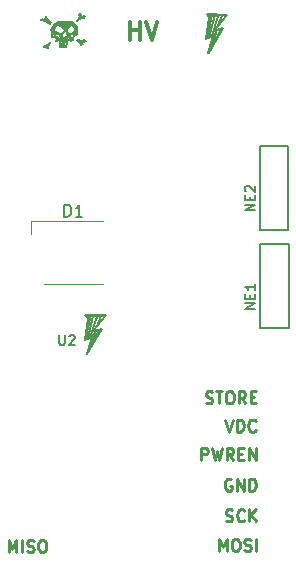
<source format=gto>
%TF.GenerationSoftware,KiCad,Pcbnew,4.0.7*%
%TF.CreationDate,2017-11-22T17:51:59+08:00*%
%TF.ProjectId,NixieTube_QS27,4E69786965547562655F515332372E6B,rev?*%
%TF.FileFunction,Legend,Top*%
%FSLAX46Y46*%
G04 Gerber Fmt 4.6, Leading zero omitted, Abs format (unit mm)*
G04 Created by KiCad (PCBNEW 4.0.7) date 11/22/17 17:51:59*
%MOMM*%
%LPD*%
G01*
G04 APERTURE LIST*
%ADD10C,0.100000*%
%ADD11C,0.300000*%
%ADD12C,0.250000*%
%ADD13C,0.120000*%
%ADD14C,0.153000*%
%ADD15C,0.150000*%
G04 APERTURE END LIST*
D10*
D11*
X22928572Y-2878571D02*
X22928572Y-1378571D01*
X22928572Y-2092857D02*
X23785715Y-2092857D01*
X23785715Y-2878571D02*
X23785715Y-1378571D01*
X24285715Y-1378571D02*
X24785715Y-2878571D01*
X25285715Y-1378571D01*
D12*
X12678572Y-46252381D02*
X12678572Y-45252381D01*
X13011906Y-45966667D01*
X13345239Y-45252381D01*
X13345239Y-46252381D01*
X13821429Y-46252381D02*
X13821429Y-45252381D01*
X14250000Y-46204762D02*
X14392857Y-46252381D01*
X14630953Y-46252381D01*
X14726191Y-46204762D01*
X14773810Y-46157143D01*
X14821429Y-46061905D01*
X14821429Y-45966667D01*
X14773810Y-45871429D01*
X14726191Y-45823810D01*
X14630953Y-45776190D01*
X14440476Y-45728571D01*
X14345238Y-45680952D01*
X14297619Y-45633333D01*
X14250000Y-45538095D01*
X14250000Y-45442857D01*
X14297619Y-45347619D01*
X14345238Y-45300000D01*
X14440476Y-45252381D01*
X14678572Y-45252381D01*
X14821429Y-45300000D01*
X15440476Y-45252381D02*
X15630953Y-45252381D01*
X15726191Y-45300000D01*
X15821429Y-45395238D01*
X15869048Y-45585714D01*
X15869048Y-45919048D01*
X15821429Y-46109524D01*
X15726191Y-46204762D01*
X15630953Y-46252381D01*
X15440476Y-46252381D01*
X15345238Y-46204762D01*
X15250000Y-46109524D01*
X15202381Y-45919048D01*
X15202381Y-45585714D01*
X15250000Y-45395238D01*
X15345238Y-45300000D01*
X15440476Y-45252381D01*
X30478572Y-46152381D02*
X30478572Y-45152381D01*
X30811906Y-45866667D01*
X31145239Y-45152381D01*
X31145239Y-46152381D01*
X31811905Y-45152381D02*
X32002382Y-45152381D01*
X32097620Y-45200000D01*
X32192858Y-45295238D01*
X32240477Y-45485714D01*
X32240477Y-45819048D01*
X32192858Y-46009524D01*
X32097620Y-46104762D01*
X32002382Y-46152381D01*
X31811905Y-46152381D01*
X31716667Y-46104762D01*
X31621429Y-46009524D01*
X31573810Y-45819048D01*
X31573810Y-45485714D01*
X31621429Y-45295238D01*
X31716667Y-45200000D01*
X31811905Y-45152381D01*
X32621429Y-46104762D02*
X32764286Y-46152381D01*
X33002382Y-46152381D01*
X33097620Y-46104762D01*
X33145239Y-46057143D01*
X33192858Y-45961905D01*
X33192858Y-45866667D01*
X33145239Y-45771429D01*
X33097620Y-45723810D01*
X33002382Y-45676190D01*
X32811905Y-45628571D01*
X32716667Y-45580952D01*
X32669048Y-45533333D01*
X32621429Y-45438095D01*
X32621429Y-45342857D01*
X32669048Y-45247619D01*
X32716667Y-45200000D01*
X32811905Y-45152381D01*
X33050001Y-45152381D01*
X33192858Y-45200000D01*
X33621429Y-46152381D02*
X33621429Y-45152381D01*
X31064286Y-43604762D02*
X31207143Y-43652381D01*
X31445239Y-43652381D01*
X31540477Y-43604762D01*
X31588096Y-43557143D01*
X31635715Y-43461905D01*
X31635715Y-43366667D01*
X31588096Y-43271429D01*
X31540477Y-43223810D01*
X31445239Y-43176190D01*
X31254762Y-43128571D01*
X31159524Y-43080952D01*
X31111905Y-43033333D01*
X31064286Y-42938095D01*
X31064286Y-42842857D01*
X31111905Y-42747619D01*
X31159524Y-42700000D01*
X31254762Y-42652381D01*
X31492858Y-42652381D01*
X31635715Y-42700000D01*
X32635715Y-43557143D02*
X32588096Y-43604762D01*
X32445239Y-43652381D01*
X32350001Y-43652381D01*
X32207143Y-43604762D01*
X32111905Y-43509524D01*
X32064286Y-43414286D01*
X32016667Y-43223810D01*
X32016667Y-43080952D01*
X32064286Y-42890476D01*
X32111905Y-42795238D01*
X32207143Y-42700000D01*
X32350001Y-42652381D01*
X32445239Y-42652381D01*
X32588096Y-42700000D01*
X32635715Y-42747619D01*
X33064286Y-43652381D02*
X33064286Y-42652381D01*
X33635715Y-43652381D02*
X33207143Y-43080952D01*
X33635715Y-42652381D02*
X33064286Y-43223810D01*
X31538096Y-40100000D02*
X31442858Y-40052381D01*
X31300001Y-40052381D01*
X31157143Y-40100000D01*
X31061905Y-40195238D01*
X31014286Y-40290476D01*
X30966667Y-40480952D01*
X30966667Y-40623810D01*
X31014286Y-40814286D01*
X31061905Y-40909524D01*
X31157143Y-41004762D01*
X31300001Y-41052381D01*
X31395239Y-41052381D01*
X31538096Y-41004762D01*
X31585715Y-40957143D01*
X31585715Y-40623810D01*
X31395239Y-40623810D01*
X32014286Y-41052381D02*
X32014286Y-40052381D01*
X32585715Y-41052381D01*
X32585715Y-40052381D01*
X33061905Y-41052381D02*
X33061905Y-40052381D01*
X33300000Y-40052381D01*
X33442858Y-40100000D01*
X33538096Y-40195238D01*
X33585715Y-40290476D01*
X33633334Y-40480952D01*
X33633334Y-40623810D01*
X33585715Y-40814286D01*
X33538096Y-40909524D01*
X33442858Y-41004762D01*
X33300000Y-41052381D01*
X33061905Y-41052381D01*
X28990476Y-38452381D02*
X28990476Y-37452381D01*
X29371429Y-37452381D01*
X29466667Y-37500000D01*
X29514286Y-37547619D01*
X29561905Y-37642857D01*
X29561905Y-37785714D01*
X29514286Y-37880952D01*
X29466667Y-37928571D01*
X29371429Y-37976190D01*
X28990476Y-37976190D01*
X29895238Y-37452381D02*
X30133333Y-38452381D01*
X30323810Y-37738095D01*
X30514286Y-38452381D01*
X30752381Y-37452381D01*
X31704762Y-38452381D02*
X31371428Y-37976190D01*
X31133333Y-38452381D02*
X31133333Y-37452381D01*
X31514286Y-37452381D01*
X31609524Y-37500000D01*
X31657143Y-37547619D01*
X31704762Y-37642857D01*
X31704762Y-37785714D01*
X31657143Y-37880952D01*
X31609524Y-37928571D01*
X31514286Y-37976190D01*
X31133333Y-37976190D01*
X32133333Y-37928571D02*
X32466667Y-37928571D01*
X32609524Y-38452381D02*
X32133333Y-38452381D01*
X32133333Y-37452381D01*
X32609524Y-37452381D01*
X33038095Y-38452381D02*
X33038095Y-37452381D01*
X33609524Y-38452381D01*
X33609524Y-37452381D01*
X31016667Y-35052381D02*
X31350000Y-36052381D01*
X31683334Y-35052381D01*
X32016667Y-36052381D02*
X32016667Y-35052381D01*
X32254762Y-35052381D01*
X32397620Y-35100000D01*
X32492858Y-35195238D01*
X32540477Y-35290476D01*
X32588096Y-35480952D01*
X32588096Y-35623810D01*
X32540477Y-35814286D01*
X32492858Y-35909524D01*
X32397620Y-36004762D01*
X32254762Y-36052381D01*
X32016667Y-36052381D01*
X33588096Y-35957143D02*
X33540477Y-36004762D01*
X33397620Y-36052381D01*
X33302382Y-36052381D01*
X33159524Y-36004762D01*
X33064286Y-35909524D01*
X33016667Y-35814286D01*
X32969048Y-35623810D01*
X32969048Y-35480952D01*
X33016667Y-35290476D01*
X33064286Y-35195238D01*
X33159524Y-35100000D01*
X33302382Y-35052381D01*
X33397620Y-35052381D01*
X33540477Y-35100000D01*
X33588096Y-35147619D01*
X29357143Y-33604762D02*
X29500000Y-33652381D01*
X29738096Y-33652381D01*
X29833334Y-33604762D01*
X29880953Y-33557143D01*
X29928572Y-33461905D01*
X29928572Y-33366667D01*
X29880953Y-33271429D01*
X29833334Y-33223810D01*
X29738096Y-33176190D01*
X29547619Y-33128571D01*
X29452381Y-33080952D01*
X29404762Y-33033333D01*
X29357143Y-32938095D01*
X29357143Y-32842857D01*
X29404762Y-32747619D01*
X29452381Y-32700000D01*
X29547619Y-32652381D01*
X29785715Y-32652381D01*
X29928572Y-32700000D01*
X30214286Y-32652381D02*
X30785715Y-32652381D01*
X30500000Y-33652381D02*
X30500000Y-32652381D01*
X31309524Y-32652381D02*
X31500001Y-32652381D01*
X31595239Y-32700000D01*
X31690477Y-32795238D01*
X31738096Y-32985714D01*
X31738096Y-33319048D01*
X31690477Y-33509524D01*
X31595239Y-33604762D01*
X31500001Y-33652381D01*
X31309524Y-33652381D01*
X31214286Y-33604762D01*
X31119048Y-33509524D01*
X31071429Y-33319048D01*
X31071429Y-32985714D01*
X31119048Y-32795238D01*
X31214286Y-32700000D01*
X31309524Y-32652381D01*
X32738096Y-33652381D02*
X32404762Y-33176190D01*
X32166667Y-33652381D02*
X32166667Y-32652381D01*
X32547620Y-32652381D01*
X32642858Y-32700000D01*
X32690477Y-32747619D01*
X32738096Y-32842857D01*
X32738096Y-32985714D01*
X32690477Y-33080952D01*
X32642858Y-33128571D01*
X32547620Y-33176190D01*
X32166667Y-33176190D01*
X33166667Y-33128571D02*
X33500001Y-33128571D01*
X33642858Y-33652381D02*
X33166667Y-33652381D01*
X33166667Y-32652381D01*
X33642858Y-32652381D01*
D13*
X14550000Y-18200000D02*
X20650000Y-18200000D01*
X14550000Y-19300000D02*
X14550000Y-18200000D01*
X20650000Y-23600000D02*
X15650000Y-23600000D01*
D14*
X19865000Y-26270000D02*
X19405000Y-28120000D01*
X19535000Y-26310000D02*
X19445000Y-26710000D01*
X20549000Y-27369000D02*
X19335000Y-29490000D01*
X19475000Y-29110000D02*
X19835000Y-27990000D01*
X20145000Y-26340000D02*
X19615000Y-28020000D01*
X20355000Y-27440000D02*
X19915000Y-28410000D01*
X19963000Y-27820500D02*
X19579000Y-28881200D01*
X19309000Y-29489200D02*
X19746000Y-28006900D01*
X19485000Y-26430000D02*
X19415000Y-26230000D01*
X19615000Y-26190000D02*
X19571000Y-26534200D01*
X19167000Y-26152400D02*
X20903000Y-26211500D01*
X19746000Y-28006900D02*
X19161000Y-28272600D01*
X19270000Y-28087700D02*
X19963000Y-27820500D01*
X20475000Y-26300000D02*
X20135000Y-27090000D01*
X20645000Y-26250000D02*
X20805000Y-26240000D01*
X20903000Y-26211500D02*
X19793000Y-27552100D01*
X19161000Y-28272600D02*
X19415000Y-26430000D01*
X19793000Y-27552100D02*
X20549000Y-27369000D01*
X19445000Y-26650000D02*
X19285000Y-27780000D01*
X19695000Y-26310000D02*
X20645000Y-26250000D01*
X19495000Y-26270000D02*
X19485000Y-26430000D01*
X19326000Y-26227600D02*
X19579000Y-26358800D01*
X20045000Y-27510000D02*
X19845000Y-27940000D01*
X19245000Y-28170000D02*
X19855000Y-27910000D01*
X19571000Y-26534200D02*
X19270000Y-28087700D01*
X19415000Y-26430000D02*
X19167000Y-26152400D01*
X30140000Y-820000D02*
X29680000Y-2670000D01*
X29810000Y-860000D02*
X29720000Y-1260000D01*
X30824000Y-1919000D02*
X29610000Y-4040000D01*
X29750000Y-3660000D02*
X30110000Y-2540000D01*
X30420000Y-890000D02*
X29890000Y-2570000D01*
X30630000Y-1990000D02*
X30190000Y-2960000D01*
X30238000Y-2370500D02*
X29854000Y-3431200D01*
X29584000Y-4039200D02*
X30021000Y-2556900D01*
X29760000Y-980000D02*
X29690000Y-780000D01*
X29890000Y-740000D02*
X29846000Y-1084200D01*
X29442000Y-702400D02*
X31178000Y-761500D01*
X30021000Y-2556900D02*
X29436000Y-2822600D01*
X29545000Y-2637700D02*
X30238000Y-2370500D01*
X30750000Y-850000D02*
X30410000Y-1640000D01*
X30920000Y-800000D02*
X31080000Y-790000D01*
X31178000Y-761500D02*
X30068000Y-2102100D01*
X29436000Y-2822600D02*
X29690000Y-980000D01*
X30068000Y-2102100D02*
X30824000Y-1919000D01*
X29720000Y-1200000D02*
X29560000Y-2330000D01*
X29970000Y-860000D02*
X30920000Y-800000D01*
X29770000Y-820000D02*
X29760000Y-980000D01*
X29601000Y-777600D02*
X29854000Y-908800D01*
X30320000Y-2060000D02*
X30120000Y-2490000D01*
X29520000Y-2720000D02*
X30130000Y-2460000D01*
X29846000Y-1084200D02*
X29545000Y-2637700D01*
X29690000Y-980000D02*
X29442000Y-702400D01*
X18850000Y-3150000D02*
X19270000Y-3010000D01*
X15930000Y-3550000D02*
X16030000Y-3580000D01*
X17800000Y-2550000D02*
X17590000Y-2230000D01*
X16540000Y-2170000D02*
X16790000Y-2330000D01*
X17620000Y-2270000D02*
X17700000Y-2670000D01*
X17040000Y-2860000D02*
X16900000Y-2710000D01*
X17090000Y-2920000D02*
X16910000Y-2910000D01*
X17720000Y-2300000D02*
X17540000Y-2150000D01*
X17090000Y-2970000D02*
X17200000Y-2860000D01*
X15750000Y-1300000D02*
X15960000Y-1120000D01*
X15530000Y-1110000D02*
X15720000Y-1210000D01*
X16050000Y-3390000D02*
X16160000Y-3180000D01*
X16510000Y-1640000D02*
X16310000Y-2080000D01*
X17040000Y-2510000D02*
X16850000Y-2340000D01*
X17640000Y-2750000D02*
X17240000Y-2740000D01*
X16780000Y-2410000D02*
X16390000Y-2120000D01*
X16550000Y-2550000D02*
X16840000Y-2610000D01*
X18450000Y-2880000D02*
X18750000Y-3150000D01*
X16000000Y-1290000D02*
X15930000Y-1280000D01*
X17240000Y-2360000D02*
X16590000Y-2300000D01*
X16390000Y-2680000D02*
X16930000Y-2770000D01*
X17540000Y-3460000D02*
X17730000Y-2840000D01*
X16730000Y-3020000D02*
X16980000Y-2920000D01*
X18500000Y-2880000D02*
X18930000Y-2990000D01*
X18210000Y-2310000D02*
X18330000Y-2260000D01*
X15980000Y-3310000D02*
X15700000Y-3370000D01*
X17170000Y-2510000D02*
X16990000Y-2430000D01*
X17470000Y-2860000D02*
X17390000Y-3420000D01*
X18140000Y-2880000D02*
X18050000Y-2650000D01*
X16390000Y-2060000D02*
X16560000Y-2370000D01*
X15910000Y-3430000D02*
X15930000Y-3550000D01*
X16510000Y-2070000D02*
X16670000Y-1700000D01*
X17830000Y-2860000D02*
X17990000Y-2990000D01*
X17320000Y-2320000D02*
X17120000Y-2740000D01*
X18850000Y-3040000D02*
X18490000Y-2880000D01*
X18750000Y-3150000D02*
X18800000Y-3350000D01*
X17020000Y-2580000D02*
X17290000Y-2700000D01*
X17220000Y-2820000D02*
X17140000Y-2830000D01*
X17890000Y-2560000D02*
X17560000Y-2040000D01*
X16320000Y-2060000D02*
X16380000Y-2690000D01*
X16220000Y-1530000D02*
X15750000Y-1300000D01*
X15960000Y-1120000D02*
X16240000Y-1500000D01*
X16030000Y-3580000D02*
X16050000Y-3390000D01*
X15680000Y-3490000D02*
X15910000Y-3430000D01*
X17950000Y-2980000D02*
X18120000Y-2860000D01*
X18180000Y-2410000D02*
X17650000Y-2370000D01*
X16300000Y-3030000D02*
X15980000Y-3310000D01*
X17130000Y-1600000D02*
X16660000Y-1650000D01*
X15700000Y-3370000D02*
X15680000Y-3490000D01*
X16390000Y-2120000D02*
X16660000Y-1660000D01*
X17390000Y-3420000D02*
X17470000Y-2860000D01*
X16560000Y-2090000D02*
X16650000Y-2380000D01*
X15720000Y-1210000D02*
X15930000Y-950000D01*
X17120000Y-3460000D02*
X17350000Y-3470000D01*
X17940000Y-2770000D02*
X17820000Y-2860000D01*
X15860000Y-1090000D02*
X15880000Y-900000D01*
X17780000Y-2910000D02*
X18060000Y-2730000D01*
X17350000Y-3470000D02*
X17550000Y-3420000D01*
X16520000Y-1630000D02*
X16830000Y-1400000D01*
X16660000Y-1660000D02*
X16940000Y-1470000D01*
X16840000Y-2790000D02*
X16690000Y-2930000D01*
X17260000Y-2900000D02*
X17220000Y-3410000D01*
X17230000Y-2770000D02*
X17820000Y-2630000D01*
X17320000Y-2850000D02*
X17610000Y-2870000D01*
X18800000Y-3350000D02*
X18940000Y-3240000D01*
X17680000Y-1770000D02*
X17140000Y-1600000D01*
X17230000Y-1700000D02*
X17470000Y-1830000D01*
X18500000Y-2410000D02*
X18160000Y-2630000D01*
X18360000Y-2190000D02*
X18340000Y-2290000D01*
X17480000Y-1850000D02*
X17630000Y-1650000D01*
X18440000Y-1280000D02*
X18730000Y-950000D01*
X18800000Y-930000D02*
X19120000Y-900000D01*
X18730000Y-950000D02*
X18680000Y-740000D01*
X18800000Y-1060000D02*
X18570000Y-1210000D01*
X18440000Y-1790000D02*
X18050000Y-1380000D01*
X17920000Y-1510000D02*
X16970000Y-1530000D01*
X17350000Y-2000000D02*
X17440000Y-2110000D01*
X17440000Y-2110000D02*
X17300000Y-2290000D01*
X17900000Y-1470000D02*
X17580000Y-1640000D01*
X18500000Y-2380000D02*
X18440000Y-1810000D01*
X18680000Y-740000D02*
X18840000Y-730000D01*
X16890000Y-1520000D02*
X17350000Y-2000000D01*
X17900000Y-2500000D02*
X18300000Y-2140000D01*
X18010000Y-1370000D02*
X16840000Y-1400000D01*
X17140000Y-1600000D02*
X17060000Y-1710000D01*
X16970000Y-1530000D02*
X17060000Y-1660000D01*
X17210000Y-1590000D02*
X17680000Y-1770000D01*
X16940000Y-1470000D02*
X18000000Y-1480000D01*
X18840000Y-730000D02*
X18800000Y-930000D01*
X17520000Y-2070000D02*
X18010000Y-1530000D01*
X19080000Y-1060000D02*
X18800000Y-1060000D01*
X17810000Y-1710000D02*
X17920000Y-1640000D01*
X18380000Y-1900000D02*
X18420000Y-2410000D01*
X18000000Y-1480000D02*
X18380000Y-1900000D01*
X19120000Y-900000D02*
X19080000Y-1060000D01*
X18140000Y-1680000D02*
X18380000Y-2020000D01*
X19270000Y-3010000D02*
X19070000Y-2930000D01*
X19070000Y-2930000D02*
X18850000Y-3040000D01*
X18940000Y-3240000D02*
X18850000Y-3150000D01*
X15420000Y-1210000D02*
X15530000Y-1110000D01*
X15730000Y-1290000D02*
X15420000Y-1210000D01*
X17050000Y-2990000D02*
X17060000Y-3470000D01*
D15*
X36350000Y-18950000D02*
X36350000Y-11850000D01*
X33950000Y-18950000D02*
X36350000Y-18950000D01*
X33950000Y-11850000D02*
X33950000Y-18950000D01*
X36350000Y-11850000D02*
X33950000Y-11850000D01*
X36400000Y-27300000D02*
X36400000Y-20200000D01*
X34000000Y-27300000D02*
X36400000Y-27300000D01*
X34000000Y-20200000D02*
X34000000Y-27300000D01*
X36400000Y-20200000D02*
X34000000Y-20200000D01*
X17411905Y-17852381D02*
X17411905Y-16852381D01*
X17650000Y-16852381D01*
X17792858Y-16900000D01*
X17888096Y-16995238D01*
X17935715Y-17090476D01*
X17983334Y-17280952D01*
X17983334Y-17423810D01*
X17935715Y-17614286D01*
X17888096Y-17709524D01*
X17792858Y-17804762D01*
X17650000Y-17852381D01*
X17411905Y-17852381D01*
X18935715Y-17852381D02*
X18364286Y-17852381D01*
X18650000Y-17852381D02*
X18650000Y-16852381D01*
X18554762Y-16995238D01*
X18459524Y-17090476D01*
X18364286Y-17138095D01*
D14*
X33534524Y-17332143D02*
X32684524Y-17332143D01*
X33534524Y-16846429D01*
X32684524Y-16846429D01*
X33089286Y-16441667D02*
X33089286Y-16158334D01*
X33534524Y-16036905D02*
X33534524Y-16441667D01*
X32684524Y-16441667D01*
X32684524Y-16036905D01*
X32765476Y-15713095D02*
X32725000Y-15672619D01*
X32684524Y-15591667D01*
X32684524Y-15389286D01*
X32725000Y-15308333D01*
X32765476Y-15267857D01*
X32846429Y-15227381D01*
X32927381Y-15227381D01*
X33048810Y-15267857D01*
X33534524Y-15753571D01*
X33534524Y-15227381D01*
X33584524Y-25682143D02*
X32734524Y-25682143D01*
X33584524Y-25196429D01*
X32734524Y-25196429D01*
X33139286Y-24791667D02*
X33139286Y-24508334D01*
X33584524Y-24386905D02*
X33584524Y-24791667D01*
X32734524Y-24791667D01*
X32734524Y-24386905D01*
X33584524Y-23577381D02*
X33584524Y-24063095D01*
X33584524Y-23820238D02*
X32734524Y-23820238D01*
X32855952Y-23901190D01*
X32936905Y-23982143D01*
X32977381Y-24063095D01*
X16952381Y-27884524D02*
X16952381Y-28572619D01*
X16992857Y-28653571D01*
X17033333Y-28694048D01*
X17114286Y-28734524D01*
X17276190Y-28734524D01*
X17357143Y-28694048D01*
X17397619Y-28653571D01*
X17438095Y-28572619D01*
X17438095Y-27884524D01*
X17802381Y-27965476D02*
X17842857Y-27925000D01*
X17923809Y-27884524D01*
X18126190Y-27884524D01*
X18207143Y-27925000D01*
X18247619Y-27965476D01*
X18288095Y-28046429D01*
X18288095Y-28127381D01*
X18247619Y-28248810D01*
X17761905Y-28734524D01*
X18288095Y-28734524D01*
M02*

</source>
